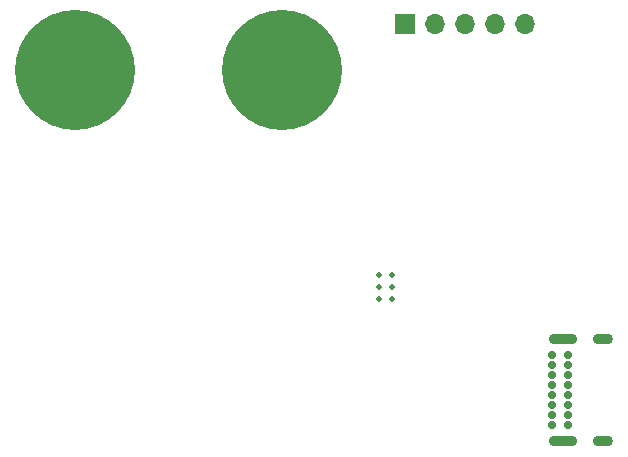
<source format=gbr>
%TF.GenerationSoftware,KiCad,Pcbnew,8.0.4*%
%TF.CreationDate,2024-11-18T17:08:08-08:00*%
%TF.ProjectId,USBC_UART_Dock_Prototype,55534243-5f55-4415-9254-5f446f636b5f,rev?*%
%TF.SameCoordinates,Original*%
%TF.FileFunction,Soldermask,Bot*%
%TF.FilePolarity,Negative*%
%FSLAX46Y46*%
G04 Gerber Fmt 4.6, Leading zero omitted, Abs format (unit mm)*
G04 Created by KiCad (PCBNEW 8.0.4) date 2024-11-18 17:08:08*
%MOMM*%
%LPD*%
G01*
G04 APERTURE LIST*
%ADD10C,10.160000*%
%ADD11C,0.700000*%
%ADD12O,2.400000X0.900000*%
%ADD13O,1.700000X0.900000*%
%ADD14O,1.700000X1.700000*%
%ADD15R,1.700000X1.700000*%
%ADD16C,0.499999*%
G04 APERTURE END LIST*
D10*
%TO.C,J1*%
X122450000Y-67287500D03*
%TD*%
D11*
%TO.C,J4*%
X162825000Y-97312500D03*
X162825000Y-96462500D03*
X162825000Y-95612500D03*
X162825000Y-94762500D03*
X162825000Y-93912500D03*
X162825000Y-93062500D03*
X162825000Y-92212500D03*
X162825000Y-91362500D03*
X164175000Y-91362500D03*
X164175000Y-92212500D03*
X164175000Y-93062500D03*
X164175000Y-93912500D03*
X164175000Y-94762500D03*
X164175000Y-95612500D03*
X164175000Y-96462500D03*
X164175000Y-97312500D03*
D12*
X163805000Y-98662500D03*
D13*
X167185000Y-98662500D03*
D12*
X163805000Y-90012500D03*
D13*
X167185000Y-90012500D03*
%TD*%
D10*
%TO.C,J2*%
X140000000Y-67287500D03*
%TD*%
D14*
%TO.C,J3*%
X160540000Y-63387500D03*
X158000000Y-63387500D03*
X155460000Y-63387500D03*
X152920000Y-63387500D03*
D15*
X150380000Y-63387500D03*
%TD*%
D16*
%TO.C,U2*%
X148200000Y-84587501D03*
X148200000Y-85637501D03*
X148200000Y-86687501D03*
X149299998Y-84587501D03*
X149299998Y-85637501D03*
X149299998Y-86687501D03*
%TD*%
M02*

</source>
